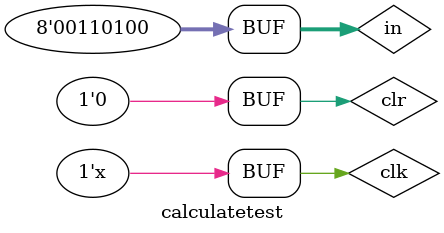
<source format=v>
`timescale 1ns / 1ps


module calculatetest;

	// Inputs
	reg clk;
	reg clr;
	reg [7:0] in;

	// Outputs
	wire [31:0] out;

	// Instantiate the Unit Under Test (UUT)
	calculate uut (
		.clk(clk), 
		.clr(clr), 
		.in(in), 
		.out(out)
	);

	initial begin
		// Initialize Inputs
		clk = 0;
		clr = 0;
		in = "1";
		#10
		in = "+";
		#10
		in = "2";
		#10
		in = "*";
		#10
		in = "3";
		#10
		in = "+";
		#10
		in = "2";
		#10
		in = "*";
		#10
		in = "4";

		// Wait 100 ns for global reset to finish
		
        
		// Add stimulus here

	end
   always #5 clk = ~clk;
endmodule


</source>
